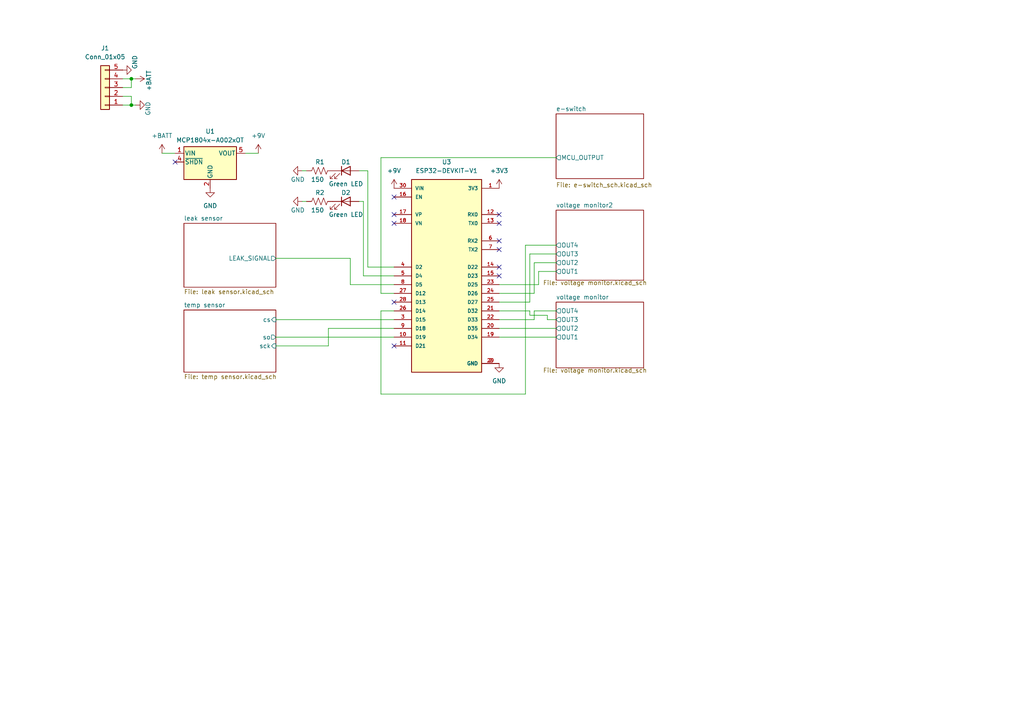
<source format=kicad_sch>
(kicad_sch
	(version 20250114)
	(generator "eeschema")
	(generator_version "9.0")
	(uuid "bf623d80-ca5a-491f-9daa-4dffbeba5279")
	(paper "A4")
	(lib_symbols
		(symbol "Connector_Generic:Conn_01x05"
			(pin_names
				(offset 1.016)
				(hide yes)
			)
			(exclude_from_sim no)
			(in_bom yes)
			(on_board yes)
			(property "Reference" "J"
				(at 0 7.62 0)
				(effects
					(font
						(size 1.27 1.27)
					)
				)
			)
			(property "Value" "Conn_01x05"
				(at 0 -7.62 0)
				(effects
					(font
						(size 1.27 1.27)
					)
				)
			)
			(property "Footprint" ""
				(at 0 0 0)
				(effects
					(font
						(size 1.27 1.27)
					)
					(hide yes)
				)
			)
			(property "Datasheet" "~"
				(at 0 0 0)
				(effects
					(font
						(size 1.27 1.27)
					)
					(hide yes)
				)
			)
			(property "Description" "Generic connector, single row, 01x05, script generated (kicad-library-utils/schlib/autogen/connector/)"
				(at 0 0 0)
				(effects
					(font
						(size 1.27 1.27)
					)
					(hide yes)
				)
			)
			(property "ki_keywords" "connector"
				(at 0 0 0)
				(effects
					(font
						(size 1.27 1.27)
					)
					(hide yes)
				)
			)
			(property "ki_fp_filters" "Connector*:*_1x??_*"
				(at 0 0 0)
				(effects
					(font
						(size 1.27 1.27)
					)
					(hide yes)
				)
			)
			(symbol "Conn_01x05_1_1"
				(rectangle
					(start -1.27 6.35)
					(end 1.27 -6.35)
					(stroke
						(width 0.254)
						(type default)
					)
					(fill
						(type background)
					)
				)
				(rectangle
					(start -1.27 5.207)
					(end 0 4.953)
					(stroke
						(width 0.1524)
						(type default)
					)
					(fill
						(type none)
					)
				)
				(rectangle
					(start -1.27 2.667)
					(end 0 2.413)
					(stroke
						(width 0.1524)
						(type default)
					)
					(fill
						(type none)
					)
				)
				(rectangle
					(start -1.27 0.127)
					(end 0 -0.127)
					(stroke
						(width 0.1524)
						(type default)
					)
					(fill
						(type none)
					)
				)
				(rectangle
					(start -1.27 -2.413)
					(end 0 -2.667)
					(stroke
						(width 0.1524)
						(type default)
					)
					(fill
						(type none)
					)
				)
				(rectangle
					(start -1.27 -4.953)
					(end 0 -5.207)
					(stroke
						(width 0.1524)
						(type default)
					)
					(fill
						(type none)
					)
				)
				(pin passive line
					(at -5.08 5.08 0)
					(length 3.81)
					(name "Pin_1"
						(effects
							(font
								(size 1.27 1.27)
							)
						)
					)
					(number "1"
						(effects
							(font
								(size 1.27 1.27)
							)
						)
					)
				)
				(pin passive line
					(at -5.08 2.54 0)
					(length 3.81)
					(name "Pin_2"
						(effects
							(font
								(size 1.27 1.27)
							)
						)
					)
					(number "2"
						(effects
							(font
								(size 1.27 1.27)
							)
						)
					)
				)
				(pin passive line
					(at -5.08 0 0)
					(length 3.81)
					(name "Pin_3"
						(effects
							(font
								(size 1.27 1.27)
							)
						)
					)
					(number "3"
						(effects
							(font
								(size 1.27 1.27)
							)
						)
					)
				)
				(pin passive line
					(at -5.08 -2.54 0)
					(length 3.81)
					(name "Pin_4"
						(effects
							(font
								(size 1.27 1.27)
							)
						)
					)
					(number "4"
						(effects
							(font
								(size 1.27 1.27)
							)
						)
					)
				)
				(pin passive line
					(at -5.08 -5.08 0)
					(length 3.81)
					(name "Pin_5"
						(effects
							(font
								(size 1.27 1.27)
							)
						)
					)
					(number "5"
						(effects
							(font
								(size 1.27 1.27)
							)
						)
					)
				)
			)
			(embedded_fonts no)
		)
		(symbol "Device:LED"
			(pin_numbers
				(hide yes)
			)
			(pin_names
				(offset 1.016)
				(hide yes)
			)
			(exclude_from_sim no)
			(in_bom yes)
			(on_board yes)
			(property "Reference" "D"
				(at 0 2.54 0)
				(effects
					(font
						(size 1.27 1.27)
					)
				)
			)
			(property "Value" "LED"
				(at 0 -2.54 0)
				(effects
					(font
						(size 1.27 1.27)
					)
				)
			)
			(property "Footprint" ""
				(at 0 0 0)
				(effects
					(font
						(size 1.27 1.27)
					)
					(hide yes)
				)
			)
			(property "Datasheet" "~"
				(at 0 0 0)
				(effects
					(font
						(size 1.27 1.27)
					)
					(hide yes)
				)
			)
			(property "Description" "Light emitting diode"
				(at 0 0 0)
				(effects
					(font
						(size 1.27 1.27)
					)
					(hide yes)
				)
			)
			(property "ki_keywords" "LED diode"
				(at 0 0 0)
				(effects
					(font
						(size 1.27 1.27)
					)
					(hide yes)
				)
			)
			(property "ki_fp_filters" "LED* LED_SMD:* LED_THT:*"
				(at 0 0 0)
				(effects
					(font
						(size 1.27 1.27)
					)
					(hide yes)
				)
			)
			(symbol "LED_0_1"
				(polyline
					(pts
						(xy -3.048 -0.762) (xy -4.572 -2.286) (xy -3.81 -2.286) (xy -4.572 -2.286) (xy -4.572 -1.524)
					)
					(stroke
						(width 0)
						(type default)
					)
					(fill
						(type none)
					)
				)
				(polyline
					(pts
						(xy -1.778 -0.762) (xy -3.302 -2.286) (xy -2.54 -2.286) (xy -3.302 -2.286) (xy -3.302 -1.524)
					)
					(stroke
						(width 0)
						(type default)
					)
					(fill
						(type none)
					)
				)
				(polyline
					(pts
						(xy -1.27 0) (xy 1.27 0)
					)
					(stroke
						(width 0)
						(type default)
					)
					(fill
						(type none)
					)
				)
				(polyline
					(pts
						(xy -1.27 -1.27) (xy -1.27 1.27)
					)
					(stroke
						(width 0.254)
						(type default)
					)
					(fill
						(type none)
					)
				)
				(polyline
					(pts
						(xy 1.27 -1.27) (xy 1.27 1.27) (xy -1.27 0) (xy 1.27 -1.27)
					)
					(stroke
						(width 0.254)
						(type default)
					)
					(fill
						(type none)
					)
				)
			)
			(symbol "LED_1_1"
				(pin passive line
					(at -3.81 0 0)
					(length 2.54)
					(name "K"
						(effects
							(font
								(size 1.27 1.27)
							)
						)
					)
					(number "1"
						(effects
							(font
								(size 1.27 1.27)
							)
						)
					)
				)
				(pin passive line
					(at 3.81 0 180)
					(length 2.54)
					(name "A"
						(effects
							(font
								(size 1.27 1.27)
							)
						)
					)
					(number "2"
						(effects
							(font
								(size 1.27 1.27)
							)
						)
					)
				)
			)
			(embedded_fonts no)
		)
		(symbol "Device:R_US"
			(pin_numbers
				(hide yes)
			)
			(pin_names
				(offset 0)
			)
			(exclude_from_sim no)
			(in_bom yes)
			(on_board yes)
			(property "Reference" "R"
				(at 2.54 0 90)
				(effects
					(font
						(size 1.27 1.27)
					)
				)
			)
			(property "Value" "R_US"
				(at -2.54 0 90)
				(effects
					(font
						(size 1.27 1.27)
					)
				)
			)
			(property "Footprint" ""
				(at 1.016 -0.254 90)
				(effects
					(font
						(size 1.27 1.27)
					)
					(hide yes)
				)
			)
			(property "Datasheet" "~"
				(at 0 0 0)
				(effects
					(font
						(size 1.27 1.27)
					)
					(hide yes)
				)
			)
			(property "Description" "Resistor, US symbol"
				(at 0 0 0)
				(effects
					(font
						(size 1.27 1.27)
					)
					(hide yes)
				)
			)
			(property "ki_keywords" "R res resistor"
				(at 0 0 0)
				(effects
					(font
						(size 1.27 1.27)
					)
					(hide yes)
				)
			)
			(property "ki_fp_filters" "R_*"
				(at 0 0 0)
				(effects
					(font
						(size 1.27 1.27)
					)
					(hide yes)
				)
			)
			(symbol "R_US_0_1"
				(polyline
					(pts
						(xy 0 2.286) (xy 0 2.54)
					)
					(stroke
						(width 0)
						(type default)
					)
					(fill
						(type none)
					)
				)
				(polyline
					(pts
						(xy 0 2.286) (xy 1.016 1.905) (xy 0 1.524) (xy -1.016 1.143) (xy 0 0.762)
					)
					(stroke
						(width 0)
						(type default)
					)
					(fill
						(type none)
					)
				)
				(polyline
					(pts
						(xy 0 0.762) (xy 1.016 0.381) (xy 0 0) (xy -1.016 -0.381) (xy 0 -0.762)
					)
					(stroke
						(width 0)
						(type default)
					)
					(fill
						(type none)
					)
				)
				(polyline
					(pts
						(xy 0 -0.762) (xy 1.016 -1.143) (xy 0 -1.524) (xy -1.016 -1.905) (xy 0 -2.286)
					)
					(stroke
						(width 0)
						(type default)
					)
					(fill
						(type none)
					)
				)
				(polyline
					(pts
						(xy 0 -2.286) (xy 0 -2.54)
					)
					(stroke
						(width 0)
						(type default)
					)
					(fill
						(type none)
					)
				)
			)
			(symbol "R_US_1_1"
				(pin passive line
					(at 0 3.81 270)
					(length 1.27)
					(name "~"
						(effects
							(font
								(size 1.27 1.27)
							)
						)
					)
					(number "1"
						(effects
							(font
								(size 1.27 1.27)
							)
						)
					)
				)
				(pin passive line
					(at 0 -3.81 90)
					(length 1.27)
					(name "~"
						(effects
							(font
								(size 1.27 1.27)
							)
						)
					)
					(number "2"
						(effects
							(font
								(size 1.27 1.27)
							)
						)
					)
				)
			)
			(embedded_fonts no)
		)
		(symbol "ESP32-DEVKIT-V1:ESP32-DEVKIT-V1"
			(pin_names
				(offset 1.016)
			)
			(exclude_from_sim no)
			(in_bom yes)
			(on_board yes)
			(property "Reference" "U"
				(at -10.16 30.48 0)
				(effects
					(font
						(size 1.27 1.27)
					)
					(justify left top)
				)
			)
			(property "Value" "ESP32-DEVKIT-V1"
				(at -10.16 -30.48 0)
				(effects
					(font
						(size 1.27 1.27)
					)
					(justify left bottom)
				)
			)
			(property "Footprint" "ESP32-DEVKIT-V1:MODULE_ESP32_DEVKIT_V1"
				(at 0 0 0)
				(effects
					(font
						(size 1.27 1.27)
					)
					(justify bottom)
					(hide yes)
				)
			)
			(property "Datasheet" ""
				(at 0 0 0)
				(effects
					(font
						(size 1.27 1.27)
					)
					(hide yes)
				)
			)
			(property "Description" ""
				(at 0 0 0)
				(effects
					(font
						(size 1.27 1.27)
					)
					(hide yes)
				)
			)
			(property "MF" "Do it"
				(at 0 0 0)
				(effects
					(font
						(size 1.27 1.27)
					)
					(justify bottom)
					(hide yes)
				)
			)
			(property "MAXIMUM_PACKAGE_HEIGHT" "6.8 mm"
				(at 0 0 0)
				(effects
					(font
						(size 1.27 1.27)
					)
					(justify bottom)
					(hide yes)
				)
			)
			(property "Package" "None"
				(at 0 0 0)
				(effects
					(font
						(size 1.27 1.27)
					)
					(justify bottom)
					(hide yes)
				)
			)
			(property "Price" "None"
				(at 0 0 0)
				(effects
					(font
						(size 1.27 1.27)
					)
					(justify bottom)
					(hide yes)
				)
			)
			(property "Check_prices" "https://www.snapeda.com/parts/ESP32-DEVKIT-V1/Do+it/view-part/?ref=eda"
				(at 0 0 0)
				(effects
					(font
						(size 1.27 1.27)
					)
					(justify bottom)
					(hide yes)
				)
			)
			(property "STANDARD" "Manufacturer Recommendations"
				(at 0 0 0)
				(effects
					(font
						(size 1.27 1.27)
					)
					(justify bottom)
					(hide yes)
				)
			)
			(property "PARTREV" "N/A"
				(at 0 0 0)
				(effects
					(font
						(size 1.27 1.27)
					)
					(justify bottom)
					(hide yes)
				)
			)
			(property "SnapEDA_Link" "https://www.snapeda.com/parts/ESP32-DEVKIT-V1/Do+it/view-part/?ref=snap"
				(at 0 0 0)
				(effects
					(font
						(size 1.27 1.27)
					)
					(justify bottom)
					(hide yes)
				)
			)
			(property "MP" "ESP32-DEVKIT-V1"
				(at 0 0 0)
				(effects
					(font
						(size 1.27 1.27)
					)
					(justify bottom)
					(hide yes)
				)
			)
			(property "Description_1" "\n                        \n                            Dual core, Wi-Fi: 2.4 GHz up to 150 Mbits/s,BLE (Bluetooth Low Energy) and legacy Bluetooth, 32 bits, Up to 240 MHz\n                        \n"
				(at 0 0 0)
				(effects
					(font
						(size 1.27 1.27)
					)
					(justify bottom)
					(hide yes)
				)
			)
			(property "Availability" "Not in stock"
				(at 0 0 0)
				(effects
					(font
						(size 1.27 1.27)
					)
					(justify bottom)
					(hide yes)
				)
			)
			(property "MANUFACTURER" "DOIT"
				(at 0 0 0)
				(effects
					(font
						(size 1.27 1.27)
					)
					(justify bottom)
					(hide yes)
				)
			)
			(symbol "ESP32-DEVKIT-V1_0_0"
				(rectangle
					(start -10.16 -27.94)
					(end 10.16 27.94)
					(stroke
						(width 0.254)
						(type default)
					)
					(fill
						(type background)
					)
				)
				(pin input line
					(at -15.24 25.4 0)
					(length 5.08)
					(name "VIN"
						(effects
							(font
								(size 1.016 1.016)
							)
						)
					)
					(number "30"
						(effects
							(font
								(size 1.016 1.016)
							)
						)
					)
				)
				(pin input line
					(at -15.24 22.86 0)
					(length 5.08)
					(name "EN"
						(effects
							(font
								(size 1.016 1.016)
							)
						)
					)
					(number "16"
						(effects
							(font
								(size 1.016 1.016)
							)
						)
					)
				)
				(pin bidirectional line
					(at -15.24 17.78 0)
					(length 5.08)
					(name "VP"
						(effects
							(font
								(size 1.016 1.016)
							)
						)
					)
					(number "17"
						(effects
							(font
								(size 1.016 1.016)
							)
						)
					)
				)
				(pin bidirectional line
					(at -15.24 15.24 0)
					(length 5.08)
					(name "VN"
						(effects
							(font
								(size 1.016 1.016)
							)
						)
					)
					(number "18"
						(effects
							(font
								(size 1.016 1.016)
							)
						)
					)
				)
				(pin bidirectional line
					(at -15.24 2.54 0)
					(length 5.08)
					(name "D2"
						(effects
							(font
								(size 1.016 1.016)
							)
						)
					)
					(number "4"
						(effects
							(font
								(size 1.016 1.016)
							)
						)
					)
				)
				(pin bidirectional line
					(at -15.24 0 0)
					(length 5.08)
					(name "D4"
						(effects
							(font
								(size 1.016 1.016)
							)
						)
					)
					(number "5"
						(effects
							(font
								(size 1.016 1.016)
							)
						)
					)
				)
				(pin bidirectional line
					(at -15.24 -2.54 0)
					(length 5.08)
					(name "D5"
						(effects
							(font
								(size 1.016 1.016)
							)
						)
					)
					(number "8"
						(effects
							(font
								(size 1.016 1.016)
							)
						)
					)
				)
				(pin bidirectional line
					(at -15.24 -5.08 0)
					(length 5.08)
					(name "D12"
						(effects
							(font
								(size 1.016 1.016)
							)
						)
					)
					(number "27"
						(effects
							(font
								(size 1.016 1.016)
							)
						)
					)
				)
				(pin bidirectional line
					(at -15.24 -7.62 0)
					(length 5.08)
					(name "D13"
						(effects
							(font
								(size 1.016 1.016)
							)
						)
					)
					(number "28"
						(effects
							(font
								(size 1.016 1.016)
							)
						)
					)
				)
				(pin bidirectional line
					(at -15.24 -10.16 0)
					(length 5.08)
					(name "D14"
						(effects
							(font
								(size 1.016 1.016)
							)
						)
					)
					(number "26"
						(effects
							(font
								(size 1.016 1.016)
							)
						)
					)
				)
				(pin bidirectional line
					(at -15.24 -12.7 0)
					(length 5.08)
					(name "D15"
						(effects
							(font
								(size 1.016 1.016)
							)
						)
					)
					(number "3"
						(effects
							(font
								(size 1.016 1.016)
							)
						)
					)
				)
				(pin bidirectional line
					(at -15.24 -15.24 0)
					(length 5.08)
					(name "D18"
						(effects
							(font
								(size 1.016 1.016)
							)
						)
					)
					(number "9"
						(effects
							(font
								(size 1.016 1.016)
							)
						)
					)
				)
				(pin bidirectional line
					(at -15.24 -17.78 0)
					(length 5.08)
					(name "D19"
						(effects
							(font
								(size 1.016 1.016)
							)
						)
					)
					(number "10"
						(effects
							(font
								(size 1.016 1.016)
							)
						)
					)
				)
				(pin bidirectional line
					(at -15.24 -20.32 0)
					(length 5.08)
					(name "D21"
						(effects
							(font
								(size 1.016 1.016)
							)
						)
					)
					(number "11"
						(effects
							(font
								(size 1.016 1.016)
							)
						)
					)
				)
				(pin output line
					(at 15.24 25.4 180)
					(length 5.08)
					(name "3V3"
						(effects
							(font
								(size 1.016 1.016)
							)
						)
					)
					(number "1"
						(effects
							(font
								(size 1.016 1.016)
							)
						)
					)
				)
				(pin input line
					(at 15.24 17.78 180)
					(length 5.08)
					(name "RX0"
						(effects
							(font
								(size 1.016 1.016)
							)
						)
					)
					(number "12"
						(effects
							(font
								(size 1.016 1.016)
							)
						)
					)
				)
				(pin output line
					(at 15.24 15.24 180)
					(length 5.08)
					(name "TX0"
						(effects
							(font
								(size 1.016 1.016)
							)
						)
					)
					(number "13"
						(effects
							(font
								(size 1.016 1.016)
							)
						)
					)
				)
				(pin input line
					(at 15.24 10.16 180)
					(length 5.08)
					(name "RX2"
						(effects
							(font
								(size 1.016 1.016)
							)
						)
					)
					(number "6"
						(effects
							(font
								(size 1.016 1.016)
							)
						)
					)
				)
				(pin output line
					(at 15.24 7.62 180)
					(length 5.08)
					(name "TX2"
						(effects
							(font
								(size 1.016 1.016)
							)
						)
					)
					(number "7"
						(effects
							(font
								(size 1.016 1.016)
							)
						)
					)
				)
				(pin bidirectional line
					(at 15.24 2.54 180)
					(length 5.08)
					(name "D22"
						(effects
							(font
								(size 1.016 1.016)
							)
						)
					)
					(number "14"
						(effects
							(font
								(size 1.016 1.016)
							)
						)
					)
				)
				(pin bidirectional line
					(at 15.24 0 180)
					(length 5.08)
					(name "D23"
						(effects
							(font
								(size 1.016 1.016)
							)
						)
					)
					(number "15"
						(effects
							(font
								(size 1.016 1.016)
							)
						)
					)
				)
				(pin bidirectional line
					(at 15.24 -2.54 180)
					(length 5.08)
					(name "D25"
						(effects
							(font
								(size 1.016 1.016)
							)
						)
					)
					(number "23"
						(effects
							(font
								(size 1.016 1.016)
							)
						)
					)
				)
				(pin bidirectional line
					(at 15.24 -5.08 180)
					(length 5.08)
					(name "D26"
						(effects
							(font
								(size 1.016 1.016)
							)
						)
					)
					(number "24"
						(effects
							(font
								(size 1.016 1.016)
							)
						)
					)
				)
				(pin bidirectional line
					(at 15.24 -7.62 180)
					(length 5.08)
					(name "D27"
						(effects
							(font
								(size 1.016 1.016)
							)
						)
					)
					(number "25"
						(effects
							(font
								(size 1.016 1.016)
							)
						)
					)
				)
				(pin bidirectional line
					(at 15.24 -10.16 180)
					(length 5.08)
					(name "D32"
						(effects
							(font
								(size 1.016 1.016)
							)
						)
					)
					(number "21"
						(effects
							(font
								(size 1.016 1.016)
							)
						)
					)
				)
				(pin bidirectional line
					(at 15.24 -12.7 180)
					(length 5.08)
					(name "D33"
						(effects
							(font
								(size 1.016 1.016)
							)
						)
					)
					(number "22"
						(effects
							(font
								(size 1.016 1.016)
							)
						)
					)
				)
				(pin bidirectional line
					(at 15.24 -15.24 180)
					(length 5.08)
					(name "D35"
						(effects
							(font
								(size 1.016 1.016)
							)
						)
					)
					(number "20"
						(effects
							(font
								(size 1.016 1.016)
							)
						)
					)
				)
				(pin bidirectional line
					(at 15.24 -17.78 180)
					(length 5.08)
					(name "D34"
						(effects
							(font
								(size 1.016 1.016)
							)
						)
					)
					(number "19"
						(effects
							(font
								(size 1.016 1.016)
							)
						)
					)
				)
				(pin power_in line
					(at 15.24 -25.4 180)
					(length 5.08)
					(name "GND"
						(effects
							(font
								(size 1.016 1.016)
							)
						)
					)
					(number "2"
						(effects
							(font
								(size 1.016 1.016)
							)
						)
					)
				)
				(pin power_in line
					(at 15.24 -25.4 180)
					(length 5.08)
					(name "GND"
						(effects
							(font
								(size 1.016 1.016)
							)
						)
					)
					(number "29"
						(effects
							(font
								(size 1.016 1.016)
							)
						)
					)
				)
			)
			(embedded_fonts no)
		)
		(symbol "PCM_4ms_Power-symbol:GND"
			(power)
			(pin_names
				(offset 0)
			)
			(exclude_from_sim no)
			(in_bom yes)
			(on_board yes)
			(property "Reference" "#PWR"
				(at 0 -6.35 0)
				(effects
					(font
						(size 1.27 1.27)
					)
					(hide yes)
				)
			)
			(property "Value" "GND"
				(at 0 -3.81 0)
				(effects
					(font
						(size 1.27 1.27)
					)
				)
			)
			(property "Footprint" ""
				(at 0 0 0)
				(effects
					(font
						(size 1.27 1.27)
					)
					(hide yes)
				)
			)
			(property "Datasheet" ""
				(at 0 0 0)
				(effects
					(font
						(size 1.27 1.27)
					)
					(hide yes)
				)
			)
			(property "Description" ""
				(at 0 0 0)
				(effects
					(font
						(size 1.27 1.27)
					)
					(hide yes)
				)
			)
			(symbol "GND_0_1"
				(polyline
					(pts
						(xy 0 0) (xy 0 -1.27) (xy 1.27 -1.27) (xy 0 -2.54) (xy -1.27 -1.27) (xy 0 -1.27)
					)
					(stroke
						(width 0)
						(type default)
					)
					(fill
						(type none)
					)
				)
			)
			(symbol "GND_1_1"
				(pin power_in line
					(at 0 0 270)
					(length 0)
					(hide yes)
					(name "GND"
						(effects
							(font
								(size 1.27 1.27)
							)
						)
					)
					(number "1"
						(effects
							(font
								(size 1.27 1.27)
							)
						)
					)
				)
			)
			(embedded_fonts no)
		)
		(symbol "Regulator_Linear:MCP1804x-A002xOT"
			(pin_names
				(offset 0.254)
			)
			(exclude_from_sim no)
			(in_bom yes)
			(on_board yes)
			(property "Reference" "U"
				(at -6.35 5.715 0)
				(effects
					(font
						(size 1.27 1.27)
					)
				)
			)
			(property "Value" "MCP1804x-A002xOT"
				(at 0 5.715 0)
				(effects
					(font
						(size 1.27 1.27)
					)
					(justify left)
				)
			)
			(property "Footprint" "Package_TO_SOT_SMD:SOT-23-5"
				(at 0 7.62 0)
				(effects
					(font
						(size 1.27 1.27)
					)
					(hide yes)
				)
			)
			(property "Datasheet" "http://ww1.microchip.com/downloads/en/DeviceDoc/20002200D.pdf"
				(at 0 0 0)
				(effects
					(font
						(size 1.27 1.27)
					)
					(hide yes)
				)
			)
			(property "Description" "150mA, 28V LDO Regulator With Shutdown, 10.0V Fixed Output, SOT-23-5"
				(at 0 0 0)
				(effects
					(font
						(size 1.27 1.27)
					)
					(hide yes)
				)
			)
			(property "ki_keywords" "linear regulator ldo fixed positive"
				(at 0 0 0)
				(effects
					(font
						(size 1.27 1.27)
					)
					(hide yes)
				)
			)
			(property "ki_fp_filters" "SOT?23*"
				(at 0 0 0)
				(effects
					(font
						(size 1.27 1.27)
					)
					(hide yes)
				)
			)
			(symbol "MCP1804x-A002xOT_0_1"
				(rectangle
					(start -7.62 -5.08)
					(end 7.62 4.445)
					(stroke
						(width 0.254)
						(type default)
					)
					(fill
						(type background)
					)
				)
			)
			(symbol "MCP1804x-A002xOT_1_1"
				(pin power_in line
					(at -10.16 2.54 0)
					(length 2.54)
					(name "VIN"
						(effects
							(font
								(size 1.27 1.27)
							)
						)
					)
					(number "1"
						(effects
							(font
								(size 1.27 1.27)
							)
						)
					)
				)
				(pin input line
					(at -10.16 0 0)
					(length 2.54)
					(name "~{SHDN}"
						(effects
							(font
								(size 1.27 1.27)
							)
						)
					)
					(number "4"
						(effects
							(font
								(size 1.27 1.27)
							)
						)
					)
				)
				(pin power_in line
					(at 0 -7.62 90)
					(length 2.54)
					(name "GND"
						(effects
							(font
								(size 1.27 1.27)
							)
						)
					)
					(number "2"
						(effects
							(font
								(size 1.27 1.27)
							)
						)
					)
				)
				(pin no_connect line
					(at 7.62 0 180)
					(length 2.54)
					(hide yes)
					(name "NC"
						(effects
							(font
								(size 1.27 1.27)
							)
						)
					)
					(number "3"
						(effects
							(font
								(size 1.27 1.27)
							)
						)
					)
				)
				(pin power_out line
					(at 10.16 2.54 180)
					(length 2.54)
					(name "VOUT"
						(effects
							(font
								(size 1.27 1.27)
							)
						)
					)
					(number "5"
						(effects
							(font
								(size 1.27 1.27)
							)
						)
					)
				)
			)
			(embedded_fonts no)
		)
		(symbol "power:+3V3"
			(power)
			(pin_numbers
				(hide yes)
			)
			(pin_names
				(offset 0)
				(hide yes)
			)
			(exclude_from_sim no)
			(in_bom yes)
			(on_board yes)
			(property "Reference" "#PWR"
				(at 0 -3.81 0)
				(effects
					(font
						(size 1.27 1.27)
					)
					(hide yes)
				)
			)
			(property "Value" "+3V3"
				(at 0 3.556 0)
				(effects
					(font
						(size 1.27 1.27)
					)
				)
			)
			(property "Footprint" ""
				(at 0 0 0)
				(effects
					(font
						(size 1.27 1.27)
					)
					(hide yes)
				)
			)
			(property "Datasheet" ""
				(at 0 0 0)
				(effects
					(font
						(size 1.27 1.27)
					)
					(hide yes)
				)
			)
			(property "Description" "Power symbol creates a global label with name \"+3V3\""
				(at 0 0 0)
				(effects
					(font
						(size 1.27 1.27)
					)
					(hide yes)
				)
			)
			(property "ki_keywords" "global power"
				(at 0 0 0)
				(effects
					(font
						(size 1.27 1.27)
					)
					(hide yes)
				)
			)
			(symbol "+3V3_0_1"
				(polyline
					(pts
						(xy -0.762 1.27) (xy 0 2.54)
					)
					(stroke
						(width 0)
						(type default)
					)
					(fill
						(type none)
					)
				)
				(polyline
					(pts
						(xy 0 2.54) (xy 0.762 1.27)
					)
					(stroke
						(width 0)
						(type default)
					)
					(fill
						(type none)
					)
				)
				(polyline
					(pts
						(xy 0 0) (xy 0 2.54)
					)
					(stroke
						(width 0)
						(type default)
					)
					(fill
						(type none)
					)
				)
			)
			(symbol "+3V3_1_1"
				(pin power_in line
					(at 0 0 90)
					(length 0)
					(name "~"
						(effects
							(font
								(size 1.27 1.27)
							)
						)
					)
					(number "1"
						(effects
							(font
								(size 1.27 1.27)
							)
						)
					)
				)
			)
			(embedded_fonts no)
		)
		(symbol "power:+9V"
			(power)
			(pin_numbers
				(hide yes)
			)
			(pin_names
				(offset 0)
				(hide yes)
			)
			(exclude_from_sim no)
			(in_bom yes)
			(on_board yes)
			(property "Reference" "#PWR"
				(at 0 -3.81 0)
				(effects
					(font
						(size 1.27 1.27)
					)
					(hide yes)
				)
			)
			(property "Value" "+9V"
				(at 0 3.556 0)
				(effects
					(font
						(size 1.27 1.27)
					)
				)
			)
			(property "Footprint" ""
				(at 0 0 0)
				(effects
					(font
						(size 1.27 1.27)
					)
					(hide yes)
				)
			)
			(property "Datasheet" ""
				(at 0 0 0)
				(effects
					(font
						(size 1.27 1.27)
					)
					(hide yes)
				)
			)
			(property "Description" "Power symbol creates a global label with name \"+9V\""
				(at 0 0 0)
				(effects
					(font
						(size 1.27 1.27)
					)
					(hide yes)
				)
			)
			(property "ki_keywords" "global power"
				(at 0 0 0)
				(effects
					(font
						(size 1.27 1.27)
					)
					(hide yes)
				)
			)
			(symbol "+9V_0_1"
				(polyline
					(pts
						(xy -0.762 1.27) (xy 0 2.54)
					)
					(stroke
						(width 0)
						(type default)
					)
					(fill
						(type none)
					)
				)
				(polyline
					(pts
						(xy 0 2.54) (xy 0.762 1.27)
					)
					(stroke
						(width 0)
						(type default)
					)
					(fill
						(type none)
					)
				)
				(polyline
					(pts
						(xy 0 0) (xy 0 2.54)
					)
					(stroke
						(width 0)
						(type default)
					)
					(fill
						(type none)
					)
				)
			)
			(symbol "+9V_1_1"
				(pin power_in line
					(at 0 0 90)
					(length 0)
					(name "~"
						(effects
							(font
								(size 1.27 1.27)
							)
						)
					)
					(number "1"
						(effects
							(font
								(size 1.27 1.27)
							)
						)
					)
				)
			)
			(embedded_fonts no)
		)
		(symbol "power:+BATT"
			(power)
			(pin_numbers
				(hide yes)
			)
			(pin_names
				(offset 0)
				(hide yes)
			)
			(exclude_from_sim no)
			(in_bom yes)
			(on_board yes)
			(property "Reference" "#PWR"
				(at 0 -3.81 0)
				(effects
					(font
						(size 1.27 1.27)
					)
					(hide yes)
				)
			)
			(property "Value" "+BATT"
				(at 0 3.556 0)
				(effects
					(font
						(size 1.27 1.27)
					)
				)
			)
			(property "Footprint" ""
				(at 0 0 0)
				(effects
					(font
						(size 1.27 1.27)
					)
					(hide yes)
				)
			)
			(property "Datasheet" ""
				(at 0 0 0)
				(effects
					(font
						(size 1.27 1.27)
					)
					(hide yes)
				)
			)
			(property "Description" "Power symbol creates a global label with name \"+BATT\""
				(at 0 0 0)
				(effects
					(font
						(size 1.27 1.27)
					)
					(hide yes)
				)
			)
			(property "ki_keywords" "global power battery"
				(at 0 0 0)
				(effects
					(font
						(size 1.27 1.27)
					)
					(hide yes)
				)
			)
			(symbol "+BATT_0_1"
				(polyline
					(pts
						(xy -0.762 1.27) (xy 0 2.54)
					)
					(stroke
						(width 0)
						(type default)
					)
					(fill
						(type none)
					)
				)
				(polyline
					(pts
						(xy 0 2.54) (xy 0.762 1.27)
					)
					(stroke
						(width 0)
						(type default)
					)
					(fill
						(type none)
					)
				)
				(polyline
					(pts
						(xy 0 0) (xy 0 2.54)
					)
					(stroke
						(width 0)
						(type default)
					)
					(fill
						(type none)
					)
				)
			)
			(symbol "+BATT_1_1"
				(pin power_in line
					(at 0 0 90)
					(length 0)
					(name "~"
						(effects
							(font
								(size 1.27 1.27)
							)
						)
					)
					(number "1"
						(effects
							(font
								(size 1.27 1.27)
							)
						)
					)
				)
			)
			(embedded_fonts no)
		)
		(symbol "power:GND"
			(power)
			(pin_numbers
				(hide yes)
			)
			(pin_names
				(offset 0)
				(hide yes)
			)
			(exclude_from_sim no)
			(in_bom yes)
			(on_board yes)
			(property "Reference" "#PWR"
				(at 0 -6.35 0)
				(effects
					(font
						(size 1.27 1.27)
					)
					(hide yes)
				)
			)
			(property "Value" "GND"
				(at 0 -3.81 0)
				(effects
					(font
						(size 1.27 1.27)
					)
				)
			)
			(property "Footprint" ""
				(at 0 0 0)
				(effects
					(font
						(size 1.27 1.27)
					)
					(hide yes)
				)
			)
			(property "Datasheet" ""
				(at 0 0 0)
				(effects
					(font
						(size 1.27 1.27)
					)
					(hide yes)
				)
			)
			(property "Description" "Power symbol creates a global label with name \"GND\" , ground"
				(at 0 0 0)
				(effects
					(font
						(size 1.27 1.27)
					)
					(hide yes)
				)
			)
			(property "ki_keywords" "global power"
				(at 0 0 0)
				(effects
					(font
						(size 1.27 1.27)
					)
					(hide yes)
				)
			)
			(symbol "GND_0_1"
				(polyline
					(pts
						(xy 0 0) (xy 0 -1.27) (xy 1.27 -1.27) (xy 0 -2.54) (xy -1.27 -1.27) (xy 0 -1.27)
					)
					(stroke
						(width 0)
						(type default)
					)
					(fill
						(type none)
					)
				)
			)
			(symbol "GND_1_1"
				(pin power_in line
					(at 0 0 270)
					(length 0)
					(name "~"
						(effects
							(font
								(size 1.27 1.27)
							)
						)
					)
					(number "1"
						(effects
							(font
								(size 1.27 1.27)
							)
						)
					)
				)
			)
			(embedded_fonts no)
		)
	)
	(junction
		(at 38.1 22.86)
		(diameter 0)
		(color 0 0 0 0)
		(uuid "2a4c4cc8-4c26-485b-8112-79d62a477357")
	)
	(junction
		(at 38.1 30.48)
		(diameter 0)
		(color 0 0 0 0)
		(uuid "de796e3f-721e-4e60-bc7e-fc082a410dff")
	)
	(no_connect
		(at 114.3 100.33)
		(uuid "16dfc296-4327-4515-9e77-8ef0e2db7c80")
	)
	(no_connect
		(at 144.78 72.39)
		(uuid "1e2721db-90f0-4f5a-afac-131173491356")
	)
	(no_connect
		(at 114.3 57.15)
		(uuid "34959351-e9f2-4b30-8a14-11e014ecef94")
	)
	(no_connect
		(at 144.78 64.77)
		(uuid "42412113-0c8f-4758-8004-57383efde769")
	)
	(no_connect
		(at 114.3 87.63)
		(uuid "4c204cb4-dceb-42ba-8aa7-baeecb473511")
	)
	(no_connect
		(at 144.78 69.85)
		(uuid "4e47b422-bbe0-41e7-996a-61e3c074049b")
	)
	(no_connect
		(at 144.78 62.23)
		(uuid "81da57df-05bd-43ad-910f-c960bc212b33")
	)
	(no_connect
		(at 114.3 64.77)
		(uuid "8f64786c-0cbc-4d20-a13e-89c454caf86a")
	)
	(no_connect
		(at 50.8 46.99)
		(uuid "a8b42fd2-05ad-4ce7-857d-6ad0d50e1467")
	)
	(no_connect
		(at 144.78 77.47)
		(uuid "cad7293b-7226-4374-a66c-2ffc5c33aeb0")
	)
	(no_connect
		(at 144.78 80.01)
		(uuid "e2b88c47-81a3-474b-b60a-ecbb9f904cab")
	)
	(no_connect
		(at 114.3 62.23)
		(uuid "ea30a0d5-67a6-4dd3-ae08-8a29addeb742")
	)
	(wire
		(pts
			(xy 95.25 95.25) (xy 114.3 95.25)
		)
		(stroke
			(width 0)
			(type default)
		)
		(uuid "079c15ce-5373-4239-b934-c6815ebb159a")
	)
	(wire
		(pts
			(xy 104.14 49.53) (xy 106.68 49.53)
		)
		(stroke
			(width 0)
			(type default)
		)
		(uuid "1085a953-1d72-4f6d-a0b0-aba0c9ab238a")
	)
	(wire
		(pts
			(xy 153.67 87.63) (xy 144.78 87.63)
		)
		(stroke
			(width 0)
			(type default)
		)
		(uuid "13176b89-1f4c-41fc-8d47-216acaa09478")
	)
	(wire
		(pts
			(xy 35.56 25.4) (xy 38.1 25.4)
		)
		(stroke
			(width 0)
			(type default)
		)
		(uuid "1c547887-438b-4fa3-9836-7e26fdc25a53")
	)
	(wire
		(pts
			(xy 110.49 114.3) (xy 110.49 90.17)
		)
		(stroke
			(width 0)
			(type default)
		)
		(uuid "267f67cc-bcd2-4ca3-b3f2-0c4c77da2da3")
	)
	(wire
		(pts
			(xy 35.56 27.94) (xy 38.1 27.94)
		)
		(stroke
			(width 0)
			(type default)
		)
		(uuid "281b38c6-794b-4c11-938b-21cad5866243")
	)
	(wire
		(pts
			(xy 144.78 92.71) (xy 154.94 92.71)
		)
		(stroke
			(width 0)
			(type default)
		)
		(uuid "2a70496c-a0cf-4753-b159-41b2b0f0a43f")
	)
	(wire
		(pts
			(xy 80.01 92.71) (xy 114.3 92.71)
		)
		(stroke
			(width 0)
			(type default)
		)
		(uuid "2ac1d0f9-90bb-45a1-b179-3d2cecdfbabe")
	)
	(wire
		(pts
			(xy 105.41 58.42) (xy 104.14 58.42)
		)
		(stroke
			(width 0)
			(type default)
		)
		(uuid "2ae86dea-8927-41fc-aad4-23f1f68a6a08")
	)
	(wire
		(pts
			(xy 154.94 76.2) (xy 154.94 85.09)
		)
		(stroke
			(width 0)
			(type default)
		)
		(uuid "2cbcdaec-d1a3-40e8-aec1-dadcefa9a966")
	)
	(wire
		(pts
			(xy 105.41 80.01) (xy 105.41 58.42)
		)
		(stroke
			(width 0)
			(type default)
		)
		(uuid "3174a38c-cd8e-46de-b5de-7919b3ff55a0")
	)
	(wire
		(pts
			(xy 38.1 22.86) (xy 39.37 22.86)
		)
		(stroke
			(width 0)
			(type default)
		)
		(uuid "363e7011-cab1-472e-8c3f-b3a52e89eb9d")
	)
	(wire
		(pts
			(xy 80.01 100.33) (xy 95.25 100.33)
		)
		(stroke
			(width 0)
			(type default)
		)
		(uuid "425eeabd-07c2-4396-8868-3c9bf2510c02")
	)
	(wire
		(pts
			(xy 158.75 92.71) (xy 158.75 91.44)
		)
		(stroke
			(width 0)
			(type default)
		)
		(uuid "4320a392-f81e-475b-a966-0a1f30cc0236")
	)
	(wire
		(pts
			(xy 71.12 44.45) (xy 74.93 44.45)
		)
		(stroke
			(width 0)
			(type default)
		)
		(uuid "47ca5444-791b-431e-aaf3-c29f9b7190fd")
	)
	(wire
		(pts
			(xy 161.29 71.12) (xy 152.4 71.12)
		)
		(stroke
			(width 0)
			(type default)
		)
		(uuid "5346551d-9d1e-4a40-b92f-4d434eff9ffd")
	)
	(wire
		(pts
			(xy 106.68 49.53) (xy 106.68 77.47)
		)
		(stroke
			(width 0)
			(type default)
		)
		(uuid "5567c862-c08e-4deb-ba50-0a521726d626")
	)
	(wire
		(pts
			(xy 161.29 92.71) (xy 158.75 92.71)
		)
		(stroke
			(width 0)
			(type default)
		)
		(uuid "5caa4630-0d16-4464-b12c-e2880722069c")
	)
	(wire
		(pts
			(xy 35.56 22.86) (xy 38.1 22.86)
		)
		(stroke
			(width 0)
			(type default)
		)
		(uuid "64adcea9-35c8-4323-9a1b-17ec76f0eace")
	)
	(wire
		(pts
			(xy 110.49 85.09) (xy 114.3 85.09)
		)
		(stroke
			(width 0)
			(type default)
		)
		(uuid "6699f18a-be67-451e-b1d0-f3483f8cbe65")
	)
	(wire
		(pts
			(xy 154.94 90.17) (xy 161.29 90.17)
		)
		(stroke
			(width 0)
			(type default)
		)
		(uuid "66df2570-177c-4b1a-b692-05f673936198")
	)
	(wire
		(pts
			(xy 153.67 73.66) (xy 153.67 87.63)
		)
		(stroke
			(width 0)
			(type default)
		)
		(uuid "6ea092ce-447b-4789-a35e-21e05254503a")
	)
	(wire
		(pts
			(xy 88.9 58.42) (xy 87.63 58.42)
		)
		(stroke
			(width 0)
			(type default)
		)
		(uuid "75d18cb3-4fc0-4c06-909b-094491327439")
	)
	(wire
		(pts
			(xy 161.29 45.72) (xy 110.49 45.72)
		)
		(stroke
			(width 0)
			(type default)
		)
		(uuid "793e4d97-2383-4d21-9168-7920b51c0aee")
	)
	(wire
		(pts
			(xy 80.01 74.93) (xy 101.6 74.93)
		)
		(stroke
			(width 0)
			(type default)
		)
		(uuid "7ad55586-8bce-4284-b2b7-f991d5851f74")
	)
	(wire
		(pts
			(xy 39.37 30.48) (xy 38.1 30.48)
		)
		(stroke
			(width 0)
			(type default)
		)
		(uuid "7bf88c3f-51cb-4b54-a708-c27b22b3ec81")
	)
	(wire
		(pts
			(xy 156.21 78.74) (xy 156.21 82.55)
		)
		(stroke
			(width 0)
			(type default)
		)
		(uuid "8027d1fc-a2b7-469b-864b-68edcd1c030a")
	)
	(wire
		(pts
			(xy 46.99 44.45) (xy 50.8 44.45)
		)
		(stroke
			(width 0)
			(type default)
		)
		(uuid "8195bd33-05d7-40d5-9638-dbd6e36114dd")
	)
	(wire
		(pts
			(xy 88.9 49.53) (xy 87.63 49.53)
		)
		(stroke
			(width 0)
			(type default)
		)
		(uuid "84abfaa8-7c08-4484-ae80-f2570173f666")
	)
	(wire
		(pts
			(xy 105.41 80.01) (xy 114.3 80.01)
		)
		(stroke
			(width 0)
			(type default)
		)
		(uuid "861af260-8fec-4f8b-8358-7aeb7c6f15d3")
	)
	(wire
		(pts
			(xy 144.78 97.79) (xy 161.29 97.79)
		)
		(stroke
			(width 0)
			(type default)
		)
		(uuid "872701be-5db1-41f4-a39f-02c062653dde")
	)
	(wire
		(pts
			(xy 154.94 85.09) (xy 144.78 85.09)
		)
		(stroke
			(width 0)
			(type default)
		)
		(uuid "882d4a3c-83ac-43bf-9f24-420e9e46075e")
	)
	(wire
		(pts
			(xy 101.6 82.55) (xy 114.3 82.55)
		)
		(stroke
			(width 0)
			(type default)
		)
		(uuid "918d647b-20bf-4072-a1db-a7d2e7dbb14c")
	)
	(wire
		(pts
			(xy 110.49 114.3) (xy 152.4 114.3)
		)
		(stroke
			(width 0)
			(type default)
		)
		(uuid "95b9e50c-ff1b-4de5-9c39-0a0e45996798")
	)
	(wire
		(pts
			(xy 101.6 74.93) (xy 101.6 82.55)
		)
		(stroke
			(width 0)
			(type default)
		)
		(uuid "9ba77ca4-fbec-4fa9-aac5-be8688f478a3")
	)
	(wire
		(pts
			(xy 161.29 78.74) (xy 156.21 78.74)
		)
		(stroke
			(width 0)
			(type default)
		)
		(uuid "9bc0d44d-2b46-45c8-b818-c43daa5c076d")
	)
	(wire
		(pts
			(xy 153.67 91.44) (xy 153.67 90.17)
		)
		(stroke
			(width 0)
			(type default)
		)
		(uuid "a75a2a85-a57a-4cdc-b77e-482b923ad12a")
	)
	(wire
		(pts
			(xy 95.25 100.33) (xy 95.25 95.25)
		)
		(stroke
			(width 0)
			(type default)
		)
		(uuid "aed2b81e-2017-4c64-876e-ae002e499ba3")
	)
	(wire
		(pts
			(xy 80.01 97.79) (xy 114.3 97.79)
		)
		(stroke
			(width 0)
			(type default)
		)
		(uuid "b06c2306-ee6c-4e8f-97ba-26a73558bdb6")
	)
	(wire
		(pts
			(xy 144.78 90.17) (xy 153.67 90.17)
		)
		(stroke
			(width 0)
			(type default)
		)
		(uuid "b5898f76-d435-4e47-a124-0f6a31cb5f6f")
	)
	(wire
		(pts
			(xy 38.1 27.94) (xy 38.1 30.48)
		)
		(stroke
			(width 0)
			(type default)
		)
		(uuid "c049c81d-028b-4c0c-a491-b015cdc987b3")
	)
	(wire
		(pts
			(xy 110.49 45.72) (xy 110.49 85.09)
		)
		(stroke
			(width 0)
			(type default)
		)
		(uuid "c627151e-596c-45da-9ecd-4aaf476d526e")
	)
	(wire
		(pts
			(xy 161.29 76.2) (xy 154.94 76.2)
		)
		(stroke
			(width 0)
			(type default)
		)
		(uuid "dbd36a5f-094c-4cd1-bcec-d58d79ed4969")
	)
	(wire
		(pts
			(xy 152.4 71.12) (xy 152.4 114.3)
		)
		(stroke
			(width 0)
			(type default)
		)
		(uuid "dc8e71b4-bfb6-4726-8095-4a8e83fcd483")
	)
	(wire
		(pts
			(xy 158.75 91.44) (xy 153.67 91.44)
		)
		(stroke
			(width 0)
			(type default)
		)
		(uuid "e2b574ea-2b65-4378-b1f4-77421dab776a")
	)
	(wire
		(pts
			(xy 110.49 90.17) (xy 114.3 90.17)
		)
		(stroke
			(width 0)
			(type default)
		)
		(uuid "e30895b7-af4f-4ab1-802c-9261e2b1fcb6")
	)
	(wire
		(pts
			(xy 38.1 25.4) (xy 38.1 22.86)
		)
		(stroke
			(width 0)
			(type default)
		)
		(uuid "e352c43c-40f4-4042-8aa5-7d7b980087c9")
	)
	(wire
		(pts
			(xy 154.94 90.17) (xy 154.94 92.71)
		)
		(stroke
			(width 0)
			(type default)
		)
		(uuid "e851e7a3-67b9-4d1c-8439-4dd49f9ad972")
	)
	(wire
		(pts
			(xy 156.21 82.55) (xy 144.78 82.55)
		)
		(stroke
			(width 0)
			(type default)
		)
		(uuid "eb198fa0-304a-4b2f-bffe-ea2402fcde47")
	)
	(wire
		(pts
			(xy 38.1 30.48) (xy 35.56 30.48)
		)
		(stroke
			(width 0)
			(type default)
		)
		(uuid "f2e92e53-7c87-4759-a306-8f2139877ba4")
	)
	(wire
		(pts
			(xy 144.78 95.25) (xy 161.29 95.25)
		)
		(stroke
			(width 0)
			(type default)
		)
		(uuid "f4ff31ba-3f94-4ab9-b89b-15bffdf78993")
	)
	(wire
		(pts
			(xy 106.68 77.47) (xy 114.3 77.47)
		)
		(stroke
			(width 0)
			(type default)
		)
		(uuid "fa415f10-8e28-4d2d-8e46-9112066e82e6")
	)
	(wire
		(pts
			(xy 161.29 73.66) (xy 153.67 73.66)
		)
		(stroke
			(width 0)
			(type default)
		)
		(uuid "fb43dd0a-e45d-4615-8e81-9aacdb868dc3")
	)
	(symbol
		(lib_id "Device:LED")
		(at 100.33 58.42 0)
		(unit 1)
		(exclude_from_sim no)
		(in_bom yes)
		(on_board yes)
		(dnp no)
		(uuid "152a16bc-d1b4-4835-a1b3-0c72cd2cd2ce")
		(property "Reference" "D2"
			(at 100.33 55.88 0)
			(effects
				(font
					(size 1.27 1.27)
				)
			)
		)
		(property "Value" "Green LED"
			(at 100.33 62.23 0)
			(effects
				(font
					(size 1.27 1.27)
				)
			)
		)
		(property "Footprint" "Diode_SMD:D_0805_2012Metric_Pad1.15x1.40mm_HandSolder"
			(at 100.33 58.42 0)
			(effects
				(font
					(size 1.27 1.27)
				)
				(hide yes)
			)
		)
		(property "Datasheet" "~"
			(at 100.33 58.42 0)
			(effects
				(font
					(size 1.27 1.27)
				)
				(hide yes)
			)
		)
		(property "Description" "Light emitting diode"
			(at 100.33 58.42 0)
			(effects
				(font
					(size 1.27 1.27)
				)
				(hide yes)
			)
		)
		(pin "1"
			(uuid "55cd6a6d-c943-46f9-856f-c0fabe64d70a")
		)
		(pin "2"
			(uuid "7afffac5-5305-4656-b4b5-856eb908f8e5")
		)
		(instances
			(project "battery monitoring board"
				(path "/bf623d80-ca5a-491f-9daa-4dffbeba5279"
					(reference "D2")
					(unit 1)
				)
			)
		)
	)
	(symbol
		(lib_id "Device:R_US")
		(at 92.71 49.53 90)
		(unit 1)
		(exclude_from_sim no)
		(in_bom yes)
		(on_board yes)
		(dnp no)
		(uuid "15a0d548-269c-48e1-88a3-9b928bd5d2ad")
		(property "Reference" "R1"
			(at 91.44 46.99 90)
			(effects
				(font
					(size 1.27 1.27)
				)
				(justify right)
			)
		)
		(property "Value" "150"
			(at 90.17 52.07 90)
			(effects
				(font
					(size 1.27 1.27)
				)
				(justify right)
			)
		)
		(property "Footprint" "Resistor_SMD:R_0805_2012Metric_Pad1.20x1.40mm_HandSolder"
			(at 92.964 48.514 90)
			(effects
				(font
					(size 1.27 1.27)
				)
				(hide yes)
			)
		)
		(property "Datasheet" "~"
			(at 92.71 49.53 0)
			(effects
				(font
					(size 1.27 1.27)
				)
				(hide yes)
			)
		)
		(property "Description" "Resistor, US symbol"
			(at 92.71 49.53 0)
			(effects
				(font
					(size 1.27 1.27)
				)
				(hide yes)
			)
		)
		(pin "1"
			(uuid "d6936d36-71ce-4bc3-bb20-82512f71bc8a")
		)
		(pin "2"
			(uuid "1f0798fc-7112-473c-b42e-44b08841a4ef")
		)
		(instances
			(project "battery monitoring board"
				(path "/bf623d80-ca5a-491f-9daa-4dffbeba5279"
					(reference "R1")
					(unit 1)
				)
			)
		)
	)
	(symbol
		(lib_id "power:+BATT")
		(at 46.99 44.45 0)
		(unit 1)
		(exclude_from_sim no)
		(in_bom yes)
		(on_board yes)
		(dnp no)
		(fields_autoplaced yes)
		(uuid "3237fcdc-dec7-444b-80f0-78d0760ceae9")
		(property "Reference" "#PWR01"
			(at 46.99 48.26 0)
			(effects
				(font
					(size 1.27 1.27)
				)
				(hide yes)
			)
		)
		(property "Value" "+BATT"
			(at 46.99 39.37 0)
			(effects
				(font
					(size 1.27 1.27)
				)
			)
		)
		(property "Footprint" ""
			(at 46.99 44.45 0)
			(effects
				(font
					(size 1.27 1.27)
				)
				(hide yes)
			)
		)
		(property "Datasheet" ""
			(at 46.99 44.45 0)
			(effects
				(font
					(size 1.27 1.27)
				)
				(hide yes)
			)
		)
		(property "Description" "Power symbol creates a global label with name \"+BATT\""
			(at 46.99 44.45 0)
			(effects
				(font
					(size 1.27 1.27)
				)
				(hide yes)
			)
		)
		(pin "1"
			(uuid "fef1dae3-ac1f-4d27-9052-84deb4f142f3")
		)
		(instances
			(project ""
				(path "/bf623d80-ca5a-491f-9daa-4dffbeba5279"
					(reference "#PWR01")
					(unit 1)
				)
			)
		)
	)
	(symbol
		(lib_id "power:+9V")
		(at 114.3 54.61 0)
		(unit 1)
		(exclude_from_sim no)
		(in_bom yes)
		(on_board yes)
		(dnp no)
		(fields_autoplaced yes)
		(uuid "35fb73d7-ad0c-427f-a50b-f930d4e77e3c")
		(property "Reference" "#PWR010"
			(at 114.3 58.42 0)
			(effects
				(font
					(size 1.27 1.27)
				)
				(hide yes)
			)
		)
		(property "Value" "+9V"
			(at 114.3 49.53 0)
			(effects
				(font
					(size 1.27 1.27)
				)
			)
		)
		(property "Footprint" ""
			(at 114.3 54.61 0)
			(effects
				(font
					(size 1.27 1.27)
				)
				(hide yes)
			)
		)
		(property "Datasheet" ""
			(at 114.3 54.61 0)
			(effects
				(font
					(size 1.27 1.27)
				)
				(hide yes)
			)
		)
		(property "Description" "Power symbol creates a global label with name \"+9V\""
			(at 114.3 54.61 0)
			(effects
				(font
					(size 1.27 1.27)
				)
				(hide yes)
			)
		)
		(pin "1"
			(uuid "ae785917-bc6c-4c57-85b5-fc4aac84025a")
		)
		(instances
			(project ""
				(path "/bf623d80-ca5a-491f-9daa-4dffbeba5279"
					(reference "#PWR010")
					(unit 1)
				)
			)
		)
	)
	(symbol
		(lib_id "power:GND")
		(at 144.78 105.41 0)
		(unit 1)
		(exclude_from_sim no)
		(in_bom yes)
		(on_board yes)
		(dnp no)
		(fields_autoplaced yes)
		(uuid "4ac00a31-2fbf-47d4-b734-cf907bec5fbe")
		(property "Reference" "#PWR08"
			(at 144.78 111.76 0)
			(effects
				(font
					(size 1.27 1.27)
				)
				(hide yes)
			)
		)
		(property "Value" "GND"
			(at 144.78 110.49 0)
			(effects
				(font
					(size 1.27 1.27)
				)
			)
		)
		(property "Footprint" ""
			(at 144.78 105.41 0)
			(effects
				(font
					(size 1.27 1.27)
				)
				(hide yes)
			)
		)
		(property "Datasheet" ""
			(at 144.78 105.41 0)
			(effects
				(font
					(size 1.27 1.27)
				)
				(hide yes)
			)
		)
		(property "Description" "Power symbol creates a global label with name \"GND\" , ground"
			(at 144.78 105.41 0)
			(effects
				(font
					(size 1.27 1.27)
				)
				(hide yes)
			)
		)
		(pin "1"
			(uuid "877dbed1-4942-4678-b5e5-f8cf71aadf6f")
		)
		(instances
			(project ""
				(path "/bf623d80-ca5a-491f-9daa-4dffbeba5279"
					(reference "#PWR08")
					(unit 1)
				)
			)
		)
	)
	(symbol
		(lib_id "Regulator_Linear:MCP1804x-A002xOT")
		(at 60.96 46.99 0)
		(unit 1)
		(exclude_from_sim no)
		(in_bom yes)
		(on_board yes)
		(dnp no)
		(fields_autoplaced yes)
		(uuid "54c4bc23-069d-489c-95b2-535130a90722")
		(property "Reference" "U1"
			(at 60.96 38.1 0)
			(effects
				(font
					(size 1.27 1.27)
				)
			)
		)
		(property "Value" "MCP1804x-A002xOT"
			(at 60.96 40.64 0)
			(effects
				(font
					(size 1.27 1.27)
				)
			)
		)
		(property "Footprint" "Package_TO_SOT_SMD:SOT-23-5"
			(at 60.96 39.37 0)
			(effects
				(font
					(size 1.27 1.27)
				)
				(hide yes)
			)
		)
		(property "Datasheet" "http://ww1.microchip.com/downloads/en/DeviceDoc/20002200D.pdf"
			(at 60.96 46.99 0)
			(effects
				(font
					(size 1.27 1.27)
				)
				(hide yes)
			)
		)
		(property "Description" "150mA, 28V LDO Regulator With Shutdown, 10.0V Fixed Output, SOT-23-5"
			(at 60.96 46.99 0)
			(effects
				(font
					(size 1.27 1.27)
				)
				(hide yes)
			)
		)
		(pin "3"
			(uuid "e8f3e224-ed5c-471a-871f-fb48011a0da8")
		)
		(pin "4"
			(uuid "147f6bf1-0d62-45c7-b602-a1d80b179dc3")
		)
		(pin "2"
			(uuid "9fb43a70-9aff-4c5f-bf0e-3f7c8e84feda")
		)
		(pin "1"
			(uuid "e57f4669-32bb-44af-9210-e375ed4f4282")
		)
		(pin "5"
			(uuid "720da4c2-c18e-406e-bbc9-ebe32ea4f504")
		)
		(instances
			(project ""
				(path "/bf623d80-ca5a-491f-9daa-4dffbeba5279"
					(reference "U1")
					(unit 1)
				)
			)
		)
	)
	(symbol
		(lib_id "Device:LED")
		(at 100.33 49.53 0)
		(unit 1)
		(exclude_from_sim no)
		(in_bom yes)
		(on_board yes)
		(dnp no)
		(uuid "57d297eb-ee72-4437-b5d0-38ca23dfc090")
		(property "Reference" "D1"
			(at 100.33 46.99 0)
			(effects
				(font
					(size 1.27 1.27)
				)
			)
		)
		(property "Value" "Green LED"
			(at 100.33 53.34 0)
			(effects
				(font
					(size 1.27 1.27)
				)
			)
		)
		(property "Footprint" "Diode_SMD:D_0805_2012Metric_Pad1.15x1.40mm_HandSolder"
			(at 100.33 49.53 0)
			(effects
				(font
					(size 1.27 1.27)
				)
				(hide yes)
			)
		)
		(property "Datasheet" "~"
			(at 100.33 49.53 0)
			(effects
				(font
					(size 1.27 1.27)
				)
				(hide yes)
			)
		)
		(property "Description" "Light emitting diode"
			(at 100.33 49.53 0)
			(effects
				(font
					(size 1.27 1.27)
				)
				(hide yes)
			)
		)
		(pin "1"
			(uuid "9c266a17-6691-4e54-b3e9-ecb3463708c2")
		)
		(pin "2"
			(uuid "3a834fe1-474f-4b38-aff9-a2994d48ad32")
		)
		(instances
			(project "battery monitoring board"
				(path "/bf623d80-ca5a-491f-9daa-4dffbeba5279"
					(reference "D1")
					(unit 1)
				)
			)
		)
	)
	(symbol
		(lib_id "power:GND")
		(at 60.96 54.61 0)
		(unit 1)
		(exclude_from_sim no)
		(in_bom yes)
		(on_board yes)
		(dnp no)
		(fields_autoplaced yes)
		(uuid "6970a0c2-f8bf-492d-9b49-bdf848f9aeda")
		(property "Reference" "#PWR07"
			(at 60.96 60.96 0)
			(effects
				(font
					(size 1.27 1.27)
				)
				(hide yes)
			)
		)
		(property "Value" "GND"
			(at 60.96 59.69 0)
			(effects
				(font
					(size 1.27 1.27)
				)
			)
		)
		(property "Footprint" ""
			(at 60.96 54.61 0)
			(effects
				(font
					(size 1.27 1.27)
				)
				(hide yes)
			)
		)
		(property "Datasheet" ""
			(at 60.96 54.61 0)
			(effects
				(font
					(size 1.27 1.27)
				)
				(hide yes)
			)
		)
		(property "Description" "Power symbol creates a global label with name \"GND\" , ground"
			(at 60.96 54.61 0)
			(effects
				(font
					(size 1.27 1.27)
				)
				(hide yes)
			)
		)
		(pin "1"
			(uuid "998a086b-9084-411c-9811-f3111e6a4367")
		)
		(instances
			(project ""
				(path "/bf623d80-ca5a-491f-9daa-4dffbeba5279"
					(reference "#PWR07")
					(unit 1)
				)
			)
		)
	)
	(symbol
		(lib_id "power:+BATT")
		(at 39.37 22.86 270)
		(unit 1)
		(exclude_from_sim no)
		(in_bom yes)
		(on_board yes)
		(dnp no)
		(uuid "7d7570f9-0478-401d-af3f-1f179392251f")
		(property "Reference" "#PWR028"
			(at 35.56 22.86 0)
			(effects
				(font
					(size 1.27 1.27)
				)
				(hide yes)
			)
		)
		(property "Value" "+BATT"
			(at 43.18 23.368 0)
			(effects
				(font
					(size 1.27 1.27)
				)
			)
		)
		(property "Footprint" ""
			(at 39.37 22.86 0)
			(effects
				(font
					(size 1.27 1.27)
				)
				(hide yes)
			)
		)
		(property "Datasheet" ""
			(at 39.37 22.86 0)
			(effects
				(font
					(size 1.27 1.27)
				)
				(hide yes)
			)
		)
		(property "Description" "Power symbol creates a global label with name \"+BATT\""
			(at 39.37 22.86 0)
			(effects
				(font
					(size 1.27 1.27)
				)
				(hide yes)
			)
		)
		(pin "1"
			(uuid "9de8f2fc-0c52-4cb2-bb25-5bd549ab1ce7")
		)
		(instances
			(project "battery monitoring board"
				(path "/bf623d80-ca5a-491f-9daa-4dffbeba5279"
					(reference "#PWR028")
					(unit 1)
				)
			)
		)
	)
	(symbol
		(lib_id "PCM_4ms_Power-symbol:GND")
		(at 87.63 58.42 270)
		(unit 1)
		(exclude_from_sim no)
		(in_bom yes)
		(on_board yes)
		(dnp no)
		(uuid "8c978ad9-f42e-42b9-8c65-77ba861a2542")
		(property "Reference" "#PWR05"
			(at 81.28 58.42 0)
			(effects
				(font
					(size 1.27 1.27)
				)
				(hide yes)
			)
		)
		(property "Value" "GND"
			(at 86.36 60.96 90)
			(effects
				(font
					(size 1.27 1.27)
				)
			)
		)
		(property "Footprint" ""
			(at 87.63 58.42 0)
			(effects
				(font
					(size 1.27 1.27)
				)
				(hide yes)
			)
		)
		(property "Datasheet" ""
			(at 87.63 58.42 0)
			(effects
				(font
					(size 1.27 1.27)
				)
				(hide yes)
			)
		)
		(property "Description" ""
			(at 87.63 58.42 0)
			(effects
				(font
					(size 1.27 1.27)
				)
				(hide yes)
			)
		)
		(pin "1"
			(uuid "d9f5095e-14dc-487b-a682-694968c6d866")
		)
		(instances
			(project "battery monitoring board"
				(path "/bf623d80-ca5a-491f-9daa-4dffbeba5279"
					(reference "#PWR05")
					(unit 1)
				)
			)
		)
	)
	(symbol
		(lib_id "Device:R_US")
		(at 92.71 58.42 90)
		(unit 1)
		(exclude_from_sim no)
		(in_bom yes)
		(on_board yes)
		(dnp no)
		(uuid "8f029da5-b5df-4eff-bf46-b838416e1ed7")
		(property "Reference" "R2"
			(at 91.44 55.88 90)
			(effects
				(font
					(size 1.27 1.27)
				)
				(justify right)
			)
		)
		(property "Value" "150"
			(at 90.17 60.96 90)
			(effects
				(font
					(size 1.27 1.27)
				)
				(justify right)
			)
		)
		(property "Footprint" "Resistor_SMD:R_0805_2012Metric_Pad1.20x1.40mm_HandSolder"
			(at 92.964 57.404 90)
			(effects
				(font
					(size 1.27 1.27)
				)
				(hide yes)
			)
		)
		(property "Datasheet" "~"
			(at 92.71 58.42 0)
			(effects
				(font
					(size 1.27 1.27)
				)
				(hide yes)
			)
		)
		(property "Description" "Resistor, US symbol"
			(at 92.71 58.42 0)
			(effects
				(font
					(size 1.27 1.27)
				)
				(hide yes)
			)
		)
		(pin "1"
			(uuid "3daab6f0-dff1-40cd-9fde-d5cd74c54196")
		)
		(pin "2"
			(uuid "fa5fbb26-7a09-4258-a209-38ee474b8d24")
		)
		(instances
			(project "battery monitoring board"
				(path "/bf623d80-ca5a-491f-9daa-4dffbeba5279"
					(reference "R2")
					(unit 1)
				)
			)
		)
	)
	(symbol
		(lib_id "PCM_4ms_Power-symbol:GND")
		(at 87.63 49.53 270)
		(unit 1)
		(exclude_from_sim no)
		(in_bom yes)
		(on_board yes)
		(dnp no)
		(uuid "9bdc7213-22e5-465c-a7ec-68c5daa7d01f")
		(property "Reference" "#PWR04"
			(at 81.28 49.53 0)
			(effects
				(font
					(size 1.27 1.27)
				)
				(hide yes)
			)
		)
		(property "Value" "GND"
			(at 86.36 52.07 90)
			(effects
				(font
					(size 1.27 1.27)
				)
			)
		)
		(property "Footprint" ""
			(at 87.63 49.53 0)
			(effects
				(font
					(size 1.27 1.27)
				)
				(hide yes)
			)
		)
		(property "Datasheet" ""
			(at 87.63 49.53 0)
			(effects
				(font
					(size 1.27 1.27)
				)
				(hide yes)
			)
		)
		(property "Description" ""
			(at 87.63 49.53 0)
			(effects
				(font
					(size 1.27 1.27)
				)
				(hide yes)
			)
		)
		(pin "1"
			(uuid "f4fcfccc-f7cc-415b-9874-baefa35151f0")
		)
		(instances
			(project "battery monitoring board"
				(path "/bf623d80-ca5a-491f-9daa-4dffbeba5279"
					(reference "#PWR04")
					(unit 1)
				)
			)
		)
	)
	(symbol
		(lib_id "power:+9V")
		(at 74.93 44.45 0)
		(unit 1)
		(exclude_from_sim no)
		(in_bom yes)
		(on_board yes)
		(dnp no)
		(fields_autoplaced yes)
		(uuid "b3b232ca-5d72-4596-8cc8-f14b3af286cf")
		(property "Reference" "#PWR012"
			(at 74.93 48.26 0)
			(effects
				(font
					(size 1.27 1.27)
				)
				(hide yes)
			)
		)
		(property "Value" "+9V"
			(at 74.93 39.37 0)
			(effects
				(font
					(size 1.27 1.27)
				)
			)
		)
		(property "Footprint" ""
			(at 74.93 44.45 0)
			(effects
				(font
					(size 1.27 1.27)
				)
				(hide yes)
			)
		)
		(property "Datasheet" ""
			(at 74.93 44.45 0)
			(effects
				(font
					(size 1.27 1.27)
				)
				(hide yes)
			)
		)
		(property "Description" "Power symbol creates a global label with name \"+9V\""
			(at 74.93 44.45 0)
			(effects
				(font
					(size 1.27 1.27)
				)
				(hide yes)
			)
		)
		(pin "1"
			(uuid "5e462038-64a5-4124-8aa4-9fb446d96174")
		)
		(instances
			(project ""
				(path "/bf623d80-ca5a-491f-9daa-4dffbeba5279"
					(reference "#PWR012")
					(unit 1)
				)
			)
		)
	)
	(symbol
		(lib_id "power:GND")
		(at 35.56 20.32 90)
		(unit 1)
		(exclude_from_sim no)
		(in_bom yes)
		(on_board yes)
		(dnp no)
		(uuid "b7b78d07-7502-40b2-b36e-5861fc436bc4")
		(property "Reference" "#PWR031"
			(at 41.91 20.32 0)
			(effects
				(font
					(size 1.27 1.27)
				)
				(hide yes)
			)
		)
		(property "Value" "GND"
			(at 39.116 18.034 0)
			(effects
				(font
					(size 1.27 1.27)
				)
			)
		)
		(property "Footprint" ""
			(at 35.56 20.32 0)
			(effects
				(font
					(size 1.27 1.27)
				)
				(hide yes)
			)
		)
		(property "Datasheet" ""
			(at 35.56 20.32 0)
			(effects
				(font
					(size 1.27 1.27)
				)
				(hide yes)
			)
		)
		(property "Description" "Power symbol creates a global label with name \"GND\" , ground"
			(at 35.56 20.32 0)
			(effects
				(font
					(size 1.27 1.27)
				)
				(hide yes)
			)
		)
		(pin "1"
			(uuid "ca39615a-12f5-4217-b492-28f59f05f36a")
		)
		(instances
			(project "battery monitoring board"
				(path "/bf623d80-ca5a-491f-9daa-4dffbeba5279"
					(reference "#PWR031")
					(unit 1)
				)
			)
		)
	)
	(symbol
		(lib_id "power:+3V3")
		(at 144.78 54.61 0)
		(unit 1)
		(exclude_from_sim no)
		(in_bom yes)
		(on_board yes)
		(dnp no)
		(fields_autoplaced yes)
		(uuid "bb2f7081-fb37-4d0c-8cf0-5e40ec16cbf9")
		(property "Reference" "#PWR09"
			(at 144.78 58.42 0)
			(effects
				(font
					(size 1.27 1.27)
				)
				(hide yes)
			)
		)
		(property "Value" "+3V3"
			(at 144.78 49.53 0)
			(effects
				(font
					(size 1.27 1.27)
				)
			)
		)
		(property "Footprint" ""
			(at 144.78 54.61 0)
			(effects
				(font
					(size 1.27 1.27)
				)
				(hide yes)
			)
		)
		(property "Datasheet" ""
			(at 144.78 54.61 0)
			(effects
				(font
					(size 1.27 1.27)
				)
				(hide yes)
			)
		)
		(property "Description" "Power symbol creates a global label with name \"+3V3\""
			(at 144.78 54.61 0)
			(effects
				(font
					(size 1.27 1.27)
				)
				(hide yes)
			)
		)
		(pin "1"
			(uuid "00ed4f3f-7dbf-4b53-a368-5ed4d94e9658")
		)
		(instances
			(project ""
				(path "/bf623d80-ca5a-491f-9daa-4dffbeba5279"
					(reference "#PWR09")
					(unit 1)
				)
			)
		)
	)
	(symbol
		(lib_id "ESP32-DEVKIT-V1:ESP32-DEVKIT-V1")
		(at 129.54 80.01 0)
		(unit 1)
		(exclude_from_sim no)
		(in_bom yes)
		(on_board yes)
		(dnp no)
		(fields_autoplaced yes)
		(uuid "bb721107-6be6-48b8-93fb-76094f09a233")
		(property "Reference" "U3"
			(at 129.54 46.99 0)
			(effects
				(font
					(size 1.27 1.27)
				)
			)
		)
		(property "Value" "ESP32-DEVKIT-V1"
			(at 129.54 49.53 0)
			(effects
				(font
					(size 1.27 1.27)
				)
			)
		)
		(property "Footprint" "Library:MODULE_ESP32_DEVKIT_V1"
			(at 129.54 80.01 0)
			(effects
				(font
					(size 1.27 1.27)
				)
				(justify bottom)
				(hide yes)
			)
		)
		(property "Datasheet" ""
			(at 129.54 80.01 0)
			(effects
				(font
					(size 1.27 1.27)
				)
				(hide yes)
			)
		)
		(property "Description" ""
			(at 129.54 80.01 0)
			(effects
				(font
					(size 1.27 1.27)
				)
				(hide yes)
			)
		)
		(property "MF" "Do it"
			(at 129.54 80.01 0)
			(effects
				(font
					(size 1.27 1.27)
				)
				(justify bottom)
				(hide yes)
			)
		)
		(property "MAXIMUM_PACKAGE_HEIGHT" "6.8 mm"
			(at 129.54 80.01 0)
			(effects
				(font
					(size 1.27 1.27)
				)
				(justify bottom)
				(hide yes)
			)
		)
		(property "Package" "None"
			(at 129.54 80.01 0)
			(effects
				(font
					(size 1.27 1.27)
				)
				(justify bottom)
				(hide yes)
			)
		)
		(property "Price" "None"
			(at 129.54 80.01 0)
			(effects
				(font
					(size 1.27 1.27)
				)
				(justify bottom)
				(hide yes)
			)
		)
		(property "Check_prices" "https://www.snapeda.com/parts/ESP32-DEVKIT-V1/Do+it/view-part/?ref=eda"
			(at 129.54 80.01 0)
			(effects
				(font
					(size 1.27 1.27)
				)
				(justify bottom)
				(hide yes)
			)
		)
		(property "STANDARD" "Manufacturer Recommendations"
			(at 129.54 80.01 0)
			(effects
				(font
					(size 1.27 1.27)
				)
				(justify bottom)
				(hide yes)
			)
		)
		(property "PARTREV" "N/A"
			(at 129.54 80.01 0)
			(effects
				(font
					(size 1.27 1.27)
				)
				(justify bottom)
				(hide yes)
			)
		)
		(property "SnapEDA_Link" "https://www.snapeda.com/parts/ESP32-DEVKIT-V1/Do+it/view-part/?ref=snap"
			(at 129.54 80.01 0)
			(effects
				(font
					(size 1.27 1.27)
				)
				(justify bottom)
				(hide yes)
			)
		)
		(property "MP" "ESP32-DEVKIT-V1"
			(at 129.54 80.01 0)
			(effects
				(font
					(size 1.27 1.27)
				)
				(justify bottom)
				(hide yes)
			)
		)
		(property "Description_1" "\n                        \n                            Dual core, Wi-Fi: 2.4 GHz up to 150 Mbits/s,BLE (Bluetooth Low Energy) and legacy Bluetooth, 32 bits, Up to 240 MHz\n                        \n"
			(at 129.54 80.01 0)
			(effects
				(font
					(size 1.27 1.27)
				)
				(justify bottom)
				(hide yes)
			)
		)
		(property "Availability" "Not in stock"
			(at 129.54 80.01 0)
			(effects
				(font
					(size 1.27 1.27)
				)
				(justify bottom)
				(hide yes)
			)
		)
		(property "MANUFACTURER" "DOIT"
			(at 129.54 80.01 0)
			(effects
				(font
					(size 1.27 1.27)
				)
				(justify bottom)
				(hide yes)
			)
		)
		(pin "5"
			(uuid "d6e5bcf5-7e05-48b1-b642-4e6858b8881b")
		)
		(pin "2"
			(uuid "89fd9bbb-f722-4909-8515-2baad93dff13")
		)
		(pin "20"
			(uuid "0da25827-0ab3-46b6-a6a1-d12a065465c0")
		)
		(pin "9"
			(uuid "314ba2c8-3d6d-4b0b-b6d2-aae20e08ace1")
		)
		(pin "11"
			(uuid "c867e22e-705e-46d4-8c9d-958797203556")
		)
		(pin "15"
			(uuid "425c84e2-9365-443e-8ca3-579b9b9b7d7b")
		)
		(pin "1"
			(uuid "1805e3c7-e083-4f5e-a1cc-f43da4b4cc08")
		)
		(pin "17"
			(uuid "31c4351b-e8c6-4a4d-8405-3beee9bd73c9")
		)
		(pin "22"
			(uuid "3495717c-e21d-4853-8b4b-82736b988bb0")
		)
		(pin "6"
			(uuid "8789313c-2cb6-4b43-82f6-3236b8d4d324")
		)
		(pin "29"
			(uuid "3d7e986a-c5ff-46f4-bfe2-351152176b60")
		)
		(pin "10"
			(uuid "4af69ba3-082f-4433-ba23-3de09961a80d")
		)
		(pin "27"
			(uuid "8b161402-fe26-4148-bc51-1b5eaa42eb99")
		)
		(pin "7"
			(uuid "78f0810e-38f6-49aa-810f-65bc9a73adc8")
		)
		(pin "28"
			(uuid "c3fede8d-1c99-4471-bbac-8e9ad88bf161")
		)
		(pin "30"
			(uuid "078f0f54-0d18-49db-bd84-fed2bf193dd0")
		)
		(pin "18"
			(uuid "1f2c4ba8-0223-4444-9192-1a32ff9a6e63")
		)
		(pin "3"
			(uuid "ad7391a6-a312-42d4-b824-bf58f40fa620")
		)
		(pin "12"
			(uuid "34ff3ddc-1532-4b1b-ab93-bd90700516ba")
		)
		(pin "4"
			(uuid "e8915ad0-5b6a-4d08-847f-4f5d328d032d")
		)
		(pin "25"
			(uuid "71c372b2-ab3a-4574-9301-71da51cfd2ff")
		)
		(pin "21"
			(uuid "96a82aaf-c3a3-4c39-acc0-05188277515a")
		)
		(pin "26"
			(uuid "ce8f1ecc-b32d-4527-8f90-3ae92820200a")
		)
		(pin "8"
			(uuid "a0a29a78-63ac-48a5-a20b-8c32b6159962")
		)
		(pin "23"
			(uuid "5270577e-dcff-42c5-800a-dd4b8c2615e1")
		)
		(pin "14"
			(uuid "da81cce5-01fc-456a-aee2-75f4c8332bcb")
		)
		(pin "19"
			(uuid "37d2c624-3598-4359-b285-49b075413974")
		)
		(pin "16"
			(uuid "36d217fe-f9ed-465c-84ec-2165df195ffa")
		)
		(pin "13"
			(uuid "b69c041e-145f-4252-95ef-fb1248c64369")
		)
		(pin "24"
			(uuid "a30ede9a-3ac3-4ae9-8a4f-c2174133b3d9")
		)
		(instances
			(project ""
				(path "/bf623d80-ca5a-491f-9daa-4dffbeba5279"
					(reference "U3")
					(unit 1)
				)
			)
		)
	)
	(symbol
		(lib_id "power:GND")
		(at 39.37 30.48 90)
		(unit 1)
		(exclude_from_sim no)
		(in_bom yes)
		(on_board yes)
		(dnp no)
		(uuid "e1763e5c-2206-4be5-be00-d6daf988a1cd")
		(property "Reference" "#PWR03"
			(at 45.72 30.48 0)
			(effects
				(font
					(size 1.27 1.27)
				)
				(hide yes)
			)
		)
		(property "Value" "GND"
			(at 42.926 31.496 0)
			(effects
				(font
					(size 1.27 1.27)
				)
			)
		)
		(property "Footprint" ""
			(at 39.37 30.48 0)
			(effects
				(font
					(size 1.27 1.27)
				)
				(hide yes)
			)
		)
		(property "Datasheet" ""
			(at 39.37 30.48 0)
			(effects
				(font
					(size 1.27 1.27)
				)
				(hide yes)
			)
		)
		(property "Description" "Power symbol creates a global label with name \"GND\" , ground"
			(at 39.37 30.48 0)
			(effects
				(font
					(size 1.27 1.27)
				)
				(hide yes)
			)
		)
		(pin "1"
			(uuid "2890ccc8-e6d9-4d5a-b4a4-1322eaa9ca56")
		)
		(instances
			(project ""
				(path "/bf623d80-ca5a-491f-9daa-4dffbeba5279"
					(reference "#PWR03")
					(unit 1)
				)
			)
		)
	)
	(symbol
		(lib_id "Connector_Generic:Conn_01x05")
		(at 30.48 25.4 180)
		(unit 1)
		(exclude_from_sim no)
		(in_bom yes)
		(on_board yes)
		(dnp no)
		(fields_autoplaced yes)
		(uuid "f4bd6887-3520-4e7f-aa38-f6d3248770b2")
		(property "Reference" "J1"
			(at 30.48 13.97 0)
			(effects
				(font
					(size 1.27 1.27)
				)
			)
		)
		(property "Value" "Conn_01x05"
			(at 30.48 16.51 0)
			(effects
				(font
					(size 1.27 1.27)
				)
			)
		)
		(property "Footprint" "Library:1x5 Screw, 39970-0105 MOLEX"
			(at 30.48 25.4 0)
			(effects
				(font
					(size 1.27 1.27)
				)
				(hide yes)
			)
		)
		(property "Datasheet" "~"
			(at 30.48 25.4 0)
			(effects
				(font
					(size 1.27 1.27)
				)
				(hide yes)
			)
		)
		(property "Description" "Generic connector, single row, 01x05, script generated (kicad-library-utils/schlib/autogen/connector/)"
			(at 30.48 25.4 0)
			(effects
				(font
					(size 1.27 1.27)
				)
				(hide yes)
			)
		)
		(pin "2"
			(uuid "b50f0375-b0a0-46e1-a74b-ba91387d591c")
		)
		(pin "5"
			(uuid "4b63fb3c-43ed-424c-bb8d-6b85d4abecde")
		)
		(pin "4"
			(uuid "cb2574d3-5f70-4f02-a932-fbd17a298f56")
		)
		(pin "1"
			(uuid "e43ec210-2dda-44d2-8e42-cd3de255d7fb")
		)
		(pin "3"
			(uuid "d350e71a-78c4-47cf-b81b-9243a3138ad4")
		)
		(instances
			(project ""
				(path "/bf623d80-ca5a-491f-9daa-4dffbeba5279"
					(reference "J1")
					(unit 1)
				)
			)
		)
	)
	(sheet
		(at 161.29 60.96)
		(size 25.4 20.32)
		(exclude_from_sim no)
		(in_bom yes)
		(on_board yes)
		(dnp no)
		(stroke
			(width 0.1524)
			(type solid)
		)
		(fill
			(color 0 0 0 0.0000)
		)
		(uuid "26c6129c-8fb5-4658-8c7a-1dc4298981ba")
		(property "Sheetname" "voltage monitor2"
			(at 161.29 60.2484 0)
			(effects
				(font
					(size 1.27 1.27)
				)
				(justify left bottom)
			)
		)
		(property "Sheetfile" "voltage monitor.kicad_sch"
			(at 157.48 81.28 0)
			(effects
				(font
					(size 1.27 1.27)
				)
				(justify left top)
			)
		)
		(pin "OUT3" output
			(at 161.29 73.66 180)
			(uuid "b1f256bb-66cc-411f-a02f-8a1272da86b8")
			(effects
				(font
					(size 1.27 1.27)
				)
				(justify left)
			)
		)
		(pin "OUT4" output
			(at 161.29 71.12 180)
			(uuid "2b751fb0-a83e-480a-9e0d-6fe0124e1cd1")
			(effects
				(font
					(size 1.27 1.27)
				)
				(justify left)
			)
		)
		(pin "OUT1" output
			(at 161.29 78.74 180)
			(uuid "cf462e2b-e2c9-491a-9fce-c0a42cf8acfd")
			(effects
				(font
					(size 1.27 1.27)
				)
				(justify left)
			)
		)
		(pin "OUT2" output
			(at 161.29 76.2 180)
			(uuid "29b3dfc0-215e-414e-9336-bdb3762ee809")
			(effects
				(font
					(size 1.27 1.27)
				)
				(justify left)
			)
		)
		(instances
			(project "battery monitoring board"
				(path "/bf623d80-ca5a-491f-9daa-4dffbeba5279"
					(page "6")
				)
			)
		)
	)
	(sheet
		(at 53.34 89.916)
		(size 26.67 18.034)
		(exclude_from_sim no)
		(in_bom yes)
		(on_board yes)
		(dnp no)
		(fields_autoplaced yes)
		(stroke
			(width 0.1524)
			(type solid)
		)
		(fill
			(color 0 0 0 0.0000)
		)
		(uuid "5ec2dbdf-a276-4d4c-99fc-008475c1e770")
		(property "Sheetname" "temp sensor"
			(at 53.34 89.2044 0)
			(effects
				(font
					(size 1.27 1.27)
				)
				(justify left bottom)
			)
		)
		(property "Sheetfile" "temp sensor.kicad_sch"
			(at 53.34 108.5346 0)
			(effects
				(font
					(size 1.27 1.27)
				)
				(justify left top)
			)
		)
		(pin "sck" input
			(at 80.01 100.33 0)
			(uuid "3d8d5f5e-16ba-4ff7-a570-4c4aa1e22cf0")
			(effects
				(font
					(size 1.27 1.27)
				)
				(justify right)
			)
		)
		(pin "so" output
			(at 80.01 97.79 0)
			(uuid "e0502122-b172-4f76-85a0-2943c95b1149")
			(effects
				(font
					(size 1.27 1.27)
				)
				(justify right)
			)
		)
		(pin "cs" input
			(at 80.01 92.71 0)
			(uuid "9b02e35f-7e73-40e0-8443-3abde332d66a")
			(effects
				(font
					(size 1.27 1.27)
				)
				(justify right)
			)
		)
		(instances
			(project "battery monitoring board"
				(path "/bf623d80-ca5a-491f-9daa-4dffbeba5279"
					(page "3")
				)
			)
		)
	)
	(sheet
		(at 53.34 64.77)
		(size 26.67 18.542)
		(exclude_from_sim no)
		(in_bom yes)
		(on_board yes)
		(dnp no)
		(fields_autoplaced yes)
		(stroke
			(width 0.1524)
			(type solid)
		)
		(fill
			(color 0 0 0 0.0000)
		)
		(uuid "7fa71be0-4e2c-431c-85f4-b0f15423b53d")
		(property "Sheetname" "leak sensor"
			(at 53.34 64.0584 0)
			(effects
				(font
					(size 1.27 1.27)
				)
				(justify left bottom)
			)
		)
		(property "Sheetfile" "leak sensor.kicad_sch"
			(at 53.34 83.8966 0)
			(effects
				(font
					(size 1.27 1.27)
				)
				(justify left top)
			)
		)
		(pin "LEAK_SIGNAL" output
			(at 80.01 74.93 0)
			(uuid "c7869dcf-8095-4ced-9732-85d270f04a02")
			(effects
				(font
					(size 1.27 1.27)
				)
				(justify right)
			)
		)
		(instances
			(project "battery monitoring board"
				(path "/bf623d80-ca5a-491f-9daa-4dffbeba5279"
					(page "4")
				)
			)
		)
	)
	(sheet
		(at 161.29 87.63)
		(size 25.4 19.05)
		(exclude_from_sim no)
		(in_bom yes)
		(on_board yes)
		(dnp no)
		(stroke
			(width 0.1524)
			(type solid)
		)
		(fill
			(color 0 0 0 0.0000)
		)
		(uuid "986cc9e1-c37e-4aa2-b3b5-8e2dcbe750c5")
		(property "Sheetname" "voltage monitor"
			(at 161.29 86.9184 0)
			(effects
				(font
					(size 1.27 1.27)
				)
				(justify left bottom)
			)
		)
		(property "Sheetfile" "voltage monitor.kicad_sch"
			(at 157.48 106.68 0)
			(effects
				(font
					(size 1.27 1.27)
				)
				(justify left top)
			)
		)
		(pin "OUT3" output
			(at 161.29 92.71 180)
			(uuid "efdba4b0-1835-422b-a18d-8cba367960ea")
			(effects
				(font
					(size 1.27 1.27)
				)
				(justify left)
			)
		)
		(pin "OUT4" output
			(at 161.29 90.17 180)
			(uuid "c083f247-ff79-4886-bfba-b5aa5412833e")
			(effects
				(font
					(size 1.27 1.27)
				)
				(justify left)
			)
		)
		(pin "OUT1" output
			(at 161.29 97.79 180)
			(uuid "28fb499b-d4e1-4b46-8acb-c3ceb0ea1661")
			(effects
				(font
					(size 1.27 1.27)
				)
				(justify left)
			)
		)
		(pin "OUT2" output
			(at 161.29 95.25 180)
			(uuid "658e3005-d4bd-46ae-956e-73a7b938ee3c")
			(effects
				(font
					(size 1.27 1.27)
				)
				(justify left)
			)
		)
		(instances
			(project "battery monitoring board"
				(path "/bf623d80-ca5a-491f-9daa-4dffbeba5279"
					(page "2")
				)
			)
		)
	)
	(sheet
		(at 161.29 33.02)
		(size 25.4 18.796)
		(exclude_from_sim no)
		(in_bom yes)
		(on_board yes)
		(dnp no)
		(stroke
			(width 0.1524)
			(type solid)
		)
		(fill
			(color 0 0 0 0.0000)
		)
		(uuid "d1e89632-1041-42ed-815d-03472eda859a")
		(property "Sheetname" "e-switch"
			(at 161.29 32.3084 0)
			(effects
				(font
					(size 1.27 1.27)
				)
				(justify left bottom)
			)
		)
		(property "Sheetfile" "e-switch_sch.kicad_sch"
			(at 161.29 52.9086 0)
			(effects
				(font
					(size 1.27 1.27)
				)
				(justify left top)
			)
		)
		(pin "MCU_OUTPUT" output
			(at 161.29 45.72 180)
			(uuid "f07185cc-6f02-40d5-a771-49dceb9afc67")
			(effects
				(font
					(size 1.27 1.27)
				)
				(justify left)
			)
		)
		(instances
			(project "battery monitoring board"
				(path "/bf623d80-ca5a-491f-9daa-4dffbeba5279"
					(page "5")
				)
			)
		)
	)
	(sheet_instances
		(path "/"
			(page "1")
		)
	)
	(embedded_fonts no)
)

</source>
